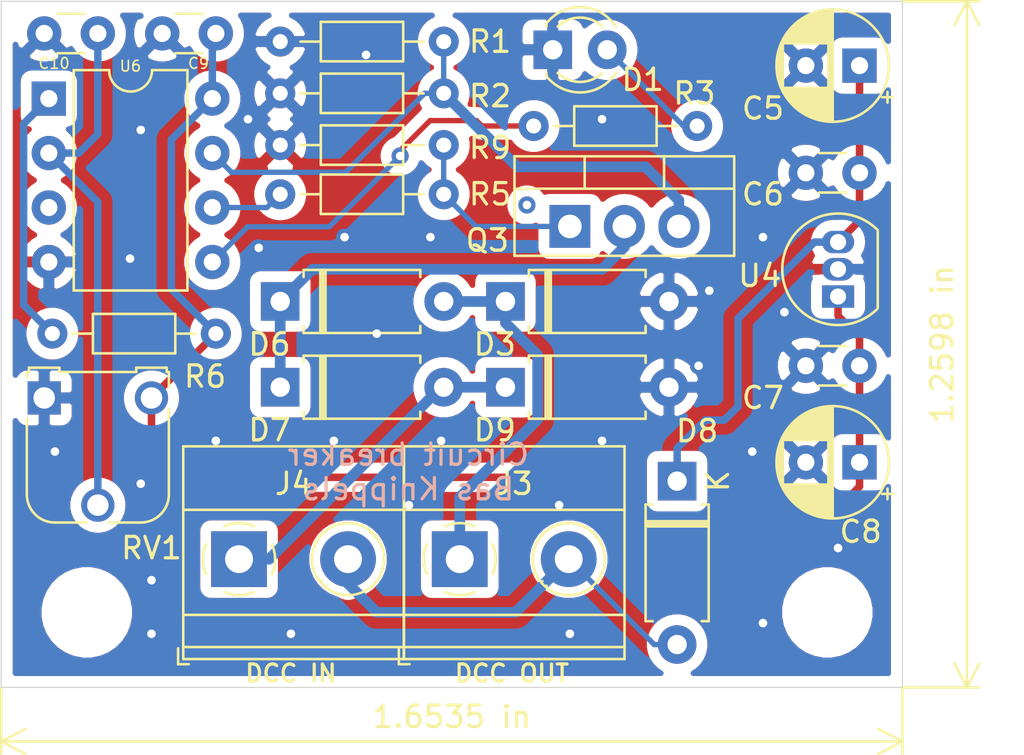
<source format=kicad_pcb>
(kicad_pcb (version 20171130) (host pcbnew "(5.1.6)-1")
  (layers (0 F.Cu signal) (31 B.Cu signal) (34 B.Paste user) (35 F.Paste user) (36 B.SilkS user) (37 F.SilkS user) (38 B.Mask user) (39 F.Mask user) (44 Edge.Cuts user))
  (net 0 "")
  (net 1 GND)
  (net 2 +5V)
  (net 3 VCC)
  (net 4 /currSens)
  (net 5 /on_off)
  (net 6 /adjust)
  (net 7 "Net-(D3-Pad1)")
  (net 8 "Net-(D6-Pad1)")
  (net 9 "Net-(D7-Pad2)")
  (net 10 "Net-(D8-Pad2)")
  (net 11 "Net-(Q3-Pad1)")
  (net 12 "Net-(R6-Pad2)")
  (net 13 "Net-(U6-Pad3)")
  (net 14 "Net-(D1-Pad2)")
  (net 15 /led)
  (module LED_THT:LED_D3.0mm (layer F.Cu) (at 219.202 119.761)
    (fp_text reference D1 (at 4.191 1.397) (layer F.SilkS))
    (fp_text value LED)
    (pad 2 thru_hole circle (at 2.54 0) (size 1.8 1.8) (drill 0.9) (layers *.Cu *.Mask) (net 14 "Net-(D1-Pad2)"))
    (pad 1 thru_hole rect (at 0 0) (size 1.8 1.8) (drill 0.9) (layers *.Cu *.Mask) (net 1 GND))
  )
  (module Resistor_THT:R_Axial_DIN0204_L3.6mm_D1.6mm_P7.62mm_Horizontal (layer F.Cu) (at 218.313 123.317)
    (fp_text reference R3 (at 7.493 -1.524) (layer F.SilkS))
    (fp_text value R)
    (pad 2 thru_hole oval (at 7.62 0) (size 1.4 1.4) (drill 0.7) (layers *.Cu *.Mask) (net 14 "Net-(D1-Pad2)"))
    (pad 1 thru_hole circle (at 0 0) (size 1.4 1.4) (drill 0.7) (layers *.Cu *.Mask) (net 15 /led))
  )
  (module TerminalBlock_Phoenix:TerminalBlock_Phoenix_MKDS-1,5-2-5.08_1x02_P5.08mm_Horizontal (layer F.Cu) (at 214.868 143.518)
    (fp_text reference J3 (at 2.54 -3.518) (layer F.SilkS))
    (fp_text value "AC IN")
    (pad 2 thru_hole circle (at 5.08 0) (size 2.6 2.6) (drill 1.3) (layers *.Cu *.Mask) (net 10 "Net-(D8-Pad2)"))
    (pad 1 thru_hole rect (at 0 0) (size 2.6 2.6) (drill 1.3) (layers *.Cu *.Mask) (net 7 "Net-(D3-Pad1)"))
  )
  (module Resistor_THT:R_Axial_DIN0204_L3.6mm_D1.6mm_P7.62mm_Horizontal (layer F.Cu) (at 206.5 121.793)
    (fp_text reference R2 (at 9.781 0.127) (layer F.SilkS))
    (fp_text value R)
    (pad 2 thru_hole oval (at 7.62 0) (size 1.4 1.4) (drill 0.7) (layers *.Cu *.Mask) (net 4 /currSens))
    (pad 1 thru_hole circle (at 0 0) (size 1.4 1.4) (drill 0.7) (layers *.Cu *.Mask) (net 1 GND))
  )
  (module MountingHole:MountingHole_3.2mm_M3 (layer F.Cu) (at 232 146)
    (fp_text reference REF**)
    (fp_text value MountingHole_3.2mm_M3)
    (pad 1 np_thru_hole circle (at 0 0) (size 3.2 3.2) (drill 3.2) (layers *.Cu *.Mask))
  )
  (module TerminalBlock_Phoenix:TerminalBlock_Phoenix_MKDS-1,5-2-5.08_1x02_P5.08mm_Horizontal (layer F.Cu) (at 204.581 143.518)
    (fp_text reference J4 (at 2.54 -3.518) (layer F.SilkS))
    (fp_text value AC_OUT)
    (pad 2 thru_hole circle (at 5.08 0) (size 2.6 2.6) (drill 1.3) (layers *.Cu *.Mask) (net 10 "Net-(D8-Pad2)"))
    (pad 1 thru_hole rect (at 0 0) (size 2.6 2.6) (drill 1.3) (layers *.Cu *.Mask) (net 9 "Net-(D7-Pad2)"))
  )
  (module MountingHole:MountingHole_3.2mm_M3 (layer F.Cu) (at 197.485 146)
    (fp_text reference REF**)
    (fp_text value MountingHole_3.2mm_M3)
    (pad 1 np_thru_hole circle (at 0 0) (size 3.2 3.2) (drill 3.2) (layers *.Cu *.Mask))
  )
  (module Package_DIP:DIP-8_W7.62mm (layer F.Cu) (at 195.716 122.039)
    (fp_text reference U6 (at 3.801 -1.516) (layer F.SilkS) (effects (font (size 0.5 0.5) (thickness 0.075))))
    (fp_text value ATtiny45-20PU)
    (pad 8 thru_hole oval (at 7.62 0) (size 1.6 1.6) (drill 0.8) (layers *.Cu *.Mask) (net 2 +5V))
    (pad 4 thru_hole oval (at 0 7.62) (size 1.6 1.6) (drill 0.8) (layers *.Cu *.Mask) (net 1 GND))
    (pad 7 thru_hole oval (at 7.62 2.54) (size 1.6 1.6) (drill 0.8) (layers *.Cu *.Mask) (net 4 /currSens))
    (pad 3 thru_hole oval (at 0 5.08) (size 1.6 1.6) (drill 0.8) (layers *.Cu *.Mask) (net 13 "Net-(U6-Pad3)"))
    (pad 6 thru_hole oval (at 7.62 5.08) (size 1.6 1.6) (drill 0.8) (layers *.Cu *.Mask) (net 5 /on_off))
    (pad 2 thru_hole oval (at 0 2.54) (size 1.6 1.6) (drill 0.8) (layers *.Cu *.Mask) (net 6 /adjust))
    (pad 5 thru_hole oval (at 7.62 7.62) (size 1.6 1.6) (drill 0.8) (layers *.Cu *.Mask) (net 15 /led))
    (pad 1 thru_hole rect (at 0 0) (size 1.6 1.6) (drill 0.8) (layers *.Cu *.Mask) (net 12 "Net-(R6-Pad2)"))
  )
  (module Package_TO_SOT_THT:TO-92_Inline (layer F.Cu) (at 232.5 131.27 90)
    (fp_text reference U4 (at 0.968 -3.646 180) (layer F.SilkS))
    (fp_text value L78L05_TO92)
    (pad 1 thru_hole rect (at 0 0 90) (size 1.05 1.5) (drill 0.75) (layers *.Cu *.Mask) (net 2 +5V))
    (pad 3 thru_hole oval (at 2.54 0 90) (size 1.05 1.5) (drill 0.75) (layers *.Cu *.Mask) (net 3 VCC))
    (pad 2 thru_hole oval (at 1.27 0 90) (size 1.05 1.5) (drill 0.75) (layers *.Cu *.Mask) (net 1 GND))
  )
  (module Potentiometer_THT:Potentiometer_Runtron_RM-065_Vertical (layer F.Cu) (at 195.5 136)
    (fp_text reference RV1 (at 5 7) (layer F.SilkS))
    (fp_text value R_POT)
    (pad 2 thru_hole circle (at 2.5 5) (size 1.55 1.55) (drill 1) (layers *.Cu *.Mask) (net 6 /adjust))
    (pad 1 thru_hole rect (at 0 0) (size 1.55 1.55) (drill 1) (layers *.Cu *.Mask) (net 1 GND))
    (pad 3 thru_hole circle (at 5 0) (size 1.55 1.55) (drill 1) (layers *.Cu *.Mask) (net 2 +5V))
  )
  (module Resistor_THT:R_Axial_DIN0204_L3.6mm_D1.6mm_P7.62mm_Horizontal (layer F.Cu) (at 214.122 119.38 180)
    (fp_text reference R1 (at -2.159 0) (layer F.SilkS))
    (fp_text value 1R)
    (pad 2 thru_hole oval (at 7.62 0 180) (size 1.4 1.4) (drill 0.7) (layers *.Cu *.Mask) (net 1 GND))
    (pad 1 thru_hole circle (at 0 0 180) (size 1.4 1.4) (drill 0.7) (layers *.Cu *.Mask) (net 4 /currSens))
  )
  (module Resistor_THT:R_Axial_DIN0204_L3.6mm_D1.6mm_P7.62mm_Horizontal (layer F.Cu) (at 206.502 124.206)
    (fp_text reference R9 (at 9.779 0.127) (layer F.SilkS))
    (fp_text value R)
    (pad 2 thru_hole oval (at 7.62 0) (size 1.4 1.4) (drill 0.7) (layers *.Cu *.Mask) (net 11 "Net-(Q3-Pad1)"))
    (pad 1 thru_hole circle (at 0 0) (size 1.4 1.4) (drill 0.7) (layers *.Cu *.Mask) (net 1 GND))
  )
  (module Resistor_THT:R_Axial_DIN0204_L3.6mm_D1.6mm_P7.62mm_Horizontal (layer F.Cu) (at 203.5 133 180)
    (fp_text reference R6 (at 0.5 -2) (layer F.SilkS))
    (fp_text value R)
    (pad 2 thru_hole oval (at 7.62 0 180) (size 1.4 1.4) (drill 0.7) (layers *.Cu *.Mask) (net 12 "Net-(R6-Pad2)"))
    (pad 1 thru_hole circle (at 0 0 180) (size 1.4 1.4) (drill 0.7) (layers *.Cu *.Mask) (net 2 +5V))
  )
  (module Resistor_THT:R_Axial_DIN0204_L3.6mm_D1.6mm_P7.62mm_Horizontal (layer F.Cu) (at 206.5 126.5)
    (fp_text reference R5 (at 9.781 0) (layer F.SilkS))
    (fp_text value R)
    (pad 2 thru_hole oval (at 7.62 0) (size 1.4 1.4) (drill 0.7) (layers *.Cu *.Mask) (net 11 "Net-(Q3-Pad1)"))
    (pad 1 thru_hole circle (at 0 0) (size 1.4 1.4) (drill 0.7) (layers *.Cu *.Mask) (net 5 /on_off))
  )
  (module Package_TO_SOT_THT:TO-220-3_Vertical (layer F.Cu) (at 220 128)
    (fp_text reference Q3 (at -3.846 0.651) (layer F.SilkS))
    (fp_text value IRF540N)
    (pad 3 thru_hole oval (at 5.08 0) (size 1.905 2) (drill 1.1) (layers *.Cu *.Mask) (net 4 /currSens))
    (pad 2 thru_hole oval (at 2.54 0) (size 1.905 2) (drill 1.1) (layers *.Cu *.Mask) (net 8 "Net-(D6-Pad1)"))
    (pad 1 thru_hole rect (at 0 0) (size 1.905 2) (drill 1.1) (layers *.Cu *.Mask) (net 11 "Net-(Q3-Pad1)"))
  )
  (module Diode_THT:D_A-405_P7.62mm_Horizontal (layer F.Cu) (at 217 135.5)
    (fp_text reference D9 (at -0.5 2) (layer F.SilkS))
    (fp_text value D)
    (pad 2 thru_hole oval (at 7.62 0) (size 1.8 1.8) (drill 0.9) (layers *.Cu *.Mask) (net 1 GND))
    (pad 1 thru_hole rect (at 0 0) (size 1.8 1.8) (drill 0.9) (layers *.Cu *.Mask) (net 9 "Net-(D7-Pad2)"))
  )
  (module Diode_THT:D_A-405_P7.62mm_Horizontal (layer F.Cu) (at 225 139.88 270)
    (fp_text reference D8 (at -2.339 -0.933 180) (layer F.SilkS))
    (fp_text value D)
    (fp_text user K (at 0 -1.9 90) (layer F.SilkS))
    (pad 2 thru_hole oval (at 7.62 0 270) (size 1.8 1.8) (drill 0.9) (layers *.Cu *.Mask) (net 10 "Net-(D8-Pad2)"))
    (pad 1 thru_hole rect (at 0 0 270) (size 1.8 1.8) (drill 0.9) (layers *.Cu *.Mask) (net 3 VCC))
  )
  (module Diode_THT:D_A-405_P7.62mm_Horizontal (layer F.Cu) (at 206.5 135.5)
    (fp_text reference D7 (at -0.5 2) (layer F.SilkS))
    (fp_text value D)
    (pad 2 thru_hole oval (at 7.62 0) (size 1.8 1.8) (drill 0.9) (layers *.Cu *.Mask) (net 9 "Net-(D7-Pad2)"))
    (pad 1 thru_hole rect (at 0 0) (size 1.8 1.8) (drill 0.9) (layers *.Cu *.Mask) (net 8 "Net-(D6-Pad1)"))
  )
  (module Diode_THT:D_A-405_P7.62mm_Horizontal (layer F.Cu) (at 206.5 131.5)
    (fp_text reference D6 (at -0.5 2) (layer F.SilkS))
    (fp_text value D)
    (pad 2 thru_hole oval (at 7.62 0) (size 1.8 1.8) (drill 0.9) (layers *.Cu *.Mask) (net 7 "Net-(D3-Pad1)"))
    (pad 1 thru_hole rect (at 0 0) (size 1.8 1.8) (drill 0.9) (layers *.Cu *.Mask) (net 8 "Net-(D6-Pad1)"))
  )
  (module Diode_THT:D_A-405_P7.62mm_Horizontal (layer F.Cu) (at 217 131.5)
    (fp_text reference D3 (at -0.5 2) (layer F.SilkS))
    (fp_text value D)
    (pad 2 thru_hole oval (at 7.62 0) (size 1.8 1.8) (drill 0.9) (layers *.Cu *.Mask) (net 1 GND))
    (pad 1 thru_hole rect (at 0 0) (size 1.8 1.8) (drill 0.9) (layers *.Cu *.Mask) (net 7 "Net-(D3-Pad1)"))
  )
  (module Capacitor_THT:C_Disc_D3.0mm_W1.6mm_P2.50mm (layer F.Cu) (at 195.5 119)
    (fp_text reference C10 (at 0.461 1.396) (layer F.SilkS) (effects (font (size 0.5 0.5) (thickness 0.075))))
    (fp_text value C)
    (pad 2 thru_hole circle (at 2.5 0) (size 1.6 1.6) (drill 0.8) (layers *.Cu *.Mask) (net 6 /adjust))
    (pad 1 thru_hole circle (at 0 0) (size 1.6 1.6) (drill 0.8) (layers *.Cu *.Mask) (net 1 GND))
  )
  (module Capacitor_THT:C_Disc_D3.0mm_W1.6mm_P2.50mm (layer F.Cu) (at 201 119)
    (fp_text reference C9 (at 1.692 1.396) (layer F.SilkS) (effects (font (size 0.5 0.5) (thickness 0.075))))
    (fp_text value C)
    (pad 2 thru_hole circle (at 2.5 0) (size 1.6 1.6) (drill 0.8) (layers *.Cu *.Mask) (net 2 +5V))
    (pad 1 thru_hole circle (at 0 0) (size 1.6 1.6) (drill 0.8) (layers *.Cu *.Mask) (net 1 GND))
  )
  (module Capacitor_THT:CP_Radial_D5.0mm_P2.50mm (layer F.Cu) (at 233.5 139 180)
    (fp_text reference C8 (at -0.053 -3.24) (layer F.SilkS))
    (fp_text value CP)
    (pad 2 thru_hole circle (at 2.5 0 180) (size 1.6 1.6) (drill 0.8) (layers *.Cu *.Mask) (net 1 GND))
    (pad 1 thru_hole rect (at 0 0 180) (size 1.6 1.6) (drill 0.8) (layers *.Cu *.Mask) (net 2 +5V))
  )
  (module Capacitor_THT:C_Disc_D3.0mm_W1.6mm_P2.50mm (layer F.Cu) (at 233.5 134.5 180)
    (fp_text reference C7 (at 4.5 -1.5) (layer F.SilkS))
    (fp_text value C)
    (pad 2 thru_hole circle (at 2.5 0 180) (size 1.6 1.6) (drill 0.8) (layers *.Cu *.Mask) (net 1 GND))
    (pad 1 thru_hole circle (at 0 0 180) (size 1.6 1.6) (drill 0.8) (layers *.Cu *.Mask) (net 2 +5V))
  )
  (module Capacitor_THT:C_Disc_D3.0mm_W1.6mm_P2.50mm (layer F.Cu) (at 233.5 125.5 180)
    (fp_text reference C6 (at 4.5 -1) (layer F.SilkS))
    (fp_text value C)
    (pad 2 thru_hole circle (at 2.5 0 180) (size 1.6 1.6) (drill 0.8) (layers *.Cu *.Mask) (net 1 GND))
    (pad 1 thru_hole circle (at 0 0 180) (size 1.6 1.6) (drill 0.8) (layers *.Cu *.Mask) (net 3 VCC))
  )
  (module Capacitor_THT:CP_Radial_D5.0mm_P2.50mm (layer F.Cu) (at 233.5 120.5 180)
    (fp_text reference C5 (at 4.5 -2) (layer F.SilkS))
    (fp_text value CP)
    (pad 2 thru_hole circle (at 2.5 0 180) (size 1.6 1.6) (drill 0.8) (layers *.Cu *.Mask) (net 1 GND))
    (pad 1 thru_hole rect (at 0 0 180) (size 1.6 1.6) (drill 0.8) (layers *.Cu *.Mask) (net 3 VCC))
  )
  (gr_text "Circuit breaker\nBas Knippels" (at 212.471 139.446) (layer B.SilkS) (effects (font (size 1 1)) (justify mirror)))
  (dimension 32 (width 0.12) (layer F.SilkS) (gr_text "32.000 mm" (at 239.776 133.5 90) (layer F.SilkS) (effects (font (size 1 1) (thickness 0.15)))) (feature1 (pts (xy 235.5 117.5) (xy 239.092421 117.5))) (feature2 (pts (xy 235.5 149.5) (xy 239.092421 149.5))) (crossbar (pts (xy 238.506 149.5) (xy 238.506 117.5))) (arrow1a (pts (xy 238.506 117.5) (xy 239.092421 118.626504))) (arrow1b (pts (xy 238.506 117.5) (xy 237.919579 118.626504))) (arrow2a (pts (xy 238.506 149.5) (xy 239.092421 148.373496))) (arrow2b (pts (xy 238.506 149.5) (xy 237.919579 148.373496))))
  (dimension 42 (width 0.12) (layer F.SilkS) (gr_text "42.000 mm" (at 214.5 153.289) (layer F.SilkS) (effects (font (size 1 1) (thickness 0.15)))) (feature1 (pts (xy 193.5 149.5) (xy 193.5 152.605421))) (feature2 (pts (xy 235.5 149.5) (xy 235.5 152.605421))) (crossbar (pts (xy 235.5 152.019) (xy 193.5 152.019))) (arrow1a (pts (xy 193.5 152.019) (xy 194.626504 151.432579))) (arrow1b (pts (xy 193.5 152.019) (xy 194.626504 152.605421))) (arrow2a (pts (xy 235.5 152.019) (xy 234.373496 151.432579))) (arrow2b (pts (xy 235.5 152.019) (xy 234.373496 152.605421))))
  (gr_text "DCC OUT" (at 217.297 148.844) (layer F.SilkS) (effects (font (size 0.8 0.8))))
  (gr_text "DCC IN" (at 207 148.844) (layer F.SilkS) (effects (font (size 0.8 0.8))))
  (gr_line (start 193.5 149.5) (end 193.5 117.5) (layer Edge.Cuts) (width 0.05))
  (gr_line (start 235.5 149.5) (end 193.5 149.5) (layer Edge.Cuts) (width 0.05))
  (gr_line (start 235.5 117.5) (end 235.5 149.5) (layer Edge.Cuts) (width 0.05))
  (gr_line (start 193.5 117.5) (end 235.5 117.5) (layer Edge.Cuts) (width 0.05))
  (via (at 218 127) (size 0.8) (drill 0.4) (layers F.Cu B.Cu) (net 0))
  (via (at 200 123.5) (size 0.8) (drill 0.4) (layers F.Cu B.Cu) (net 1))
  (via (at 196 138.5) (size 0.8) (drill 0.4) (layers F.Cu B.Cu) (net 1))
  (via (at 200.5 144.5) (size 0.8) (drill 0.4) (layers F.Cu B.Cu) (net 1))
  (via (at 207 147) (size 0.8) (drill 0.4) (layers F.Cu B.Cu) (net 1))
  (via (at 220 147) (size 0.8) (drill 0.4) (layers F.Cu B.Cu) (net 1))
  (via (at 229 146.5) (size 0.8) (drill 0.4) (layers F.Cu B.Cu) (net 1))
  (via (at 232.5 143) (size 0.8) (drill 0.4) (layers F.Cu B.Cu) (net 1))
  (via (at 228.5 138.5) (size 0.8) (drill 0.4) (layers F.Cu B.Cu) (net 1))
  (via (at 226 134.5) (size 0.8) (drill 0.4) (layers F.Cu B.Cu) (net 1))
  (via (at 226.5 131) (size 0.8) (drill 0.4) (layers F.Cu B.Cu) (net 1))
  (via (at 221.5 123) (size 0.8) (drill 0.4) (layers F.Cu B.Cu) (net 1))
  (via (at 213.5 128.5) (size 0.8) (drill 0.4) (layers F.Cu B.Cu) (net 1))
  (via (at 205.5 129) (size 0.8) (drill 0.4) (layers F.Cu B.Cu) (net 1))
  (via (at 205 123) (size 0.8) (drill 0.4) (layers F.Cu B.Cu) (net 1))
  (via (at 210.5 120) (size 0.8) (drill 0.4) (layers F.Cu B.Cu) (net 1))
  (via (at 230 132) (size 0.8) (drill 0.4) (layers F.Cu B.Cu) (net 1))
  (via (at 229 128.5) (size 0.8) (drill 0.4) (layers F.Cu B.Cu) (net 1))
  (via (at 219.5 141) (size 0.8) (drill 0.4) (layers F.Cu B.Cu) (net 1))
  (via (at 221.5 138) (size 0.8) (drill 0.4) (layers F.Cu B.Cu) (net 1))
  (via (at 214 138) (size 0.8) (drill 0.4) (layers F.Cu B.Cu) (net 1))
  (via (at 212.5 141) (size 0.8) (drill 0.4) (layers F.Cu B.Cu) (net 1))
  (via (at 209 138) (size 0.8) (drill 0.4) (layers F.Cu B.Cu) (net 1))
  (via (at 211 133) (size 0.8) (drill 0.4) (layers F.Cu B.Cu) (net 1))
  (via (at 209.5 128.5) (size 0.8) (drill 0.4) (layers F.Cu B.Cu) (net 1))
  (via (at 203.5 138) (size 0.8) (drill 0.4) (layers F.Cu B.Cu) (net 1))
  (via (at 200 140) (size 0.8) (drill 0.4) (layers F.Cu B.Cu) (net 1))
  (via (at 200.5 147) (size 0.8) (drill 0.4) (layers F.Cu B.Cu) (net 1))
  (via (at 199.5 129.5) (size 0.8) (drill 0.4) (layers F.Cu B.Cu) (net 1))
  (segment (start 232.5 131.27) (end 232.5 132.17) (width 0.35) (layer F.Cu) (net 2))
  (segment (start 233.5 133.17) (end 233.5 134.5) (width 0.35) (layer F.Cu) (net 2))
  (segment (start 232.5 132.17) (end 233.5 133.17) (width 0.35) (layer F.Cu) (net 2))
  (segment (start 233.5 134.5) (end 233.5 139) (width 0.35) (layer F.Cu) (net 2))
  (segment (start 200.5 136) (end 203.5 133) (width 0.35) (layer F.Cu) (net 2))
  (segment (start 203.336 119.164) (end 203.5 119) (width 0.35) (layer F.Cu) (net 2))
  (segment (start 233.5 139) (end 233.5 140.134) (width 0.35) (layer F.Cu) (net 2))
  (segment (start 233.5 140.134) (end 231.902 141.732) (width 0.35) (layer F.Cu) (net 2))
  (segment (start 231.902 141.732) (end 222.885 141.732) (width 0.35) (layer F.Cu) (net 2))
  (segment (start 222.885 141.732) (end 220.853 139.7) (width 0.35) (layer F.Cu) (net 2))
  (segment (start 220.853 139.7) (end 202.311 139.7) (width 0.35) (layer F.Cu) (net 2))
  (segment (start 200.5 137.889) (end 200.5 136) (width 0.35) (layer F.Cu) (net 2))
  (segment (start 202.311 139.7) (end 200.5 137.889) (width 0.35) (layer F.Cu) (net 2))
  (segment (start 203.5 133) (end 201.422 130.922) (width 0.35) (layer B.Cu) (net 2))
  (segment (start 201.422 123.953) (end 203.336 122.039) (width 0.35) (layer B.Cu) (net 2))
  (segment (start 201.422 130.922) (end 201.422 123.953) (width 0.35) (layer B.Cu) (net 2))
  (segment (start 203.336 119.164) (end 203.5 119) (width 0.35) (layer B.Cu) (net 2))
  (segment (start 203.336 122.039) (end 203.336 119.164) (width 0.35) (layer B.Cu) (net 2))
  (segment (start 233.5 120.5) (end 233.5 125.5) (width 0.35) (layer F.Cu) (net 3))
  (segment (start 233.5 127.73) (end 232.5 128.73) (width 0.35) (layer F.Cu) (net 3))
  (segment (start 233.5 125.5) (end 233.5 127.73) (width 0.35) (layer F.Cu) (net 3))
  (segment (start 231.4 128.73) (end 227.838 132.292) (width 0.35) (layer B.Cu) (net 3))
  (segment (start 232.5 128.73) (end 231.4 128.73) (width 0.35) (layer B.Cu) (net 3))
  (segment (start 227.838 132.292) (end 227.838 136.398) (width 0.35) (layer B.Cu) (net 3))
  (segment (start 225 139.88) (end 225 138.347) (width 0.35) (layer B.Cu) (net 3))
  (segment (start 226.314 137.033) (end 227.203 137.033) (width 0.35) (layer B.Cu) (net 3))
  (segment (start 225 138.347) (end 226.314 137.033) (width 0.35) (layer B.Cu) (net 3))
  (segment (start 227.838 136.398) (end 227.203 137.033) (width 0.35) (layer B.Cu) (net 3))
  (segment (start 203.336 124.579) (end 204.231999 125.474999) (width 0.25) (layer B.Cu) (net 4))
  (segment (start 204.231999 125.474999) (end 209.551001 125.474999) (width 0.25) (layer B.Cu) (net 4))
  (segment (start 213.233 121.793) (end 214.12 121.793) (width 0.25) (layer B.Cu) (net 4))
  (segment (start 209.551001 125.474999) (end 213.233 121.793) (width 0.25) (layer B.Cu) (net 4))
  (segment (start 214.12 119.382) (end 214.122 119.38) (width 0.25) (layer B.Cu) (net 4))
  (segment (start 214.12 121.793) (end 214.12 119.382) (width 0.25) (layer B.Cu) (net 4))
  (segment (start 214.12 121.793) (end 217.549 125.222) (width 0.5) (layer B.Cu) (net 4))
  (segment (start 217.549 125.222) (end 223.52 125.222) (width 0.5) (layer B.Cu) (net 4))
  (segment (start 225.08 126.782) (end 225.08 128) (width 0.5) (layer B.Cu) (net 4))
  (segment (start 223.52 125.222) (end 225.08 126.782) (width 0.5) (layer B.Cu) (net 4))
  (segment (start 205.881 127.119) (end 206.5 126.5) (width 0.25) (layer B.Cu) (net 5))
  (segment (start 203.336 127.119) (end 205.881 127.119) (width 0.25) (layer B.Cu) (net 5))
  (segment (start 198 126.863) (end 195.716 124.579) (width 0.35) (layer B.Cu) (net 6))
  (segment (start 198 141) (end 198 126.863) (width 0.35) (layer B.Cu) (net 6))
  (segment (start 195.716 124.579) (end 197.112 124.579) (width 0.35) (layer B.Cu) (net 6))
  (segment (start 198 123.691) (end 198 119) (width 0.35) (layer B.Cu) (net 6))
  (segment (start 197.112 124.579) (end 198 123.691) (width 0.35) (layer B.Cu) (net 6))
  (segment (start 214.12 131.5) (end 217 131.5) (width 0.5) (layer B.Cu) (net 7))
  (segment (start 217 131.5) (end 217 132.5) (width 0.5) (layer B.Cu) (net 7))
  (segment (start 217 132.5) (end 218.5 134) (width 0.5) (layer B.Cu) (net 7))
  (segment (start 218.5 134) (end 218.5 137) (width 0.5) (layer B.Cu) (net 7))
  (segment (start 214.868 140.632) (end 214.868 143.518) (width 0.5) (layer B.Cu) (net 7))
  (segment (start 218.5 137) (end 214.868 140.632) (width 0.5) (layer B.Cu) (net 7))
  (segment (start 206.5 131.5) (end 206.5 135.5) (width 0.5) (layer B.Cu) (net 8))
  (segment (start 206.5 131.5) (end 208 130) (width 0.5) (layer B.Cu) (net 8))
  (segment (start 208 130) (end 221.5 130) (width 0.5) (layer B.Cu) (net 8))
  (segment (start 222.54 128.96) (end 222.54 128) (width 0.5) (layer B.Cu) (net 8))
  (segment (start 221.5 130) (end 222.54 128.96) (width 0.5) (layer B.Cu) (net 8))
  (segment (start 204.581 143.518) (end 205.982 143.518) (width 0.5) (layer B.Cu) (net 9))
  (segment (start 214 135.5) (end 214.12 135.5) (width 0.5) (layer B.Cu) (net 9))
  (segment (start 205.982 143.518) (end 214 135.5) (width 0.5) (layer B.Cu) (net 9))
  (segment (start 214.12 135.5) (end 217 135.5) (width 0.5) (layer B.Cu) (net 9))
  (segment (start 219.948 143.518) (end 219.518 143.518) (width 0.5) (layer F.Cu) (net 10))
  (segment (start 219.948 143.518) (end 217.466 146) (width 0.5) (layer B.Cu) (net 10))
  (segment (start 217.466 146) (end 211 146) (width 0.5) (layer B.Cu) (net 10))
  (segment (start 209.661 144.661) (end 209.661 143.518) (width 0.5) (layer F.Cu) (net 10))
  (segment (start 211 146) (end 209.661 144.661) (width 0.5) (layer B.Cu) (net 10))
  (segment (start 223.93 147.5) (end 225 147.5) (width 0.25) (layer B.Cu) (net 10))
  (segment (start 219.948 143.518) (end 223.93 147.5) (width 0.25) (layer B.Cu) (net 10))
  (segment (start 215.62 128) (end 214.12 126.5) (width 0.25) (layer B.Cu) (net 11))
  (segment (start 220 128) (end 215.62 128) (width 0.25) (layer B.Cu) (net 11))
  (segment (start 214.12 124.208) (end 214.122 124.206) (width 0.25) (layer B.Cu) (net 11))
  (segment (start 214.12 126.5) (end 214.12 124.208) (width 0.25) (layer B.Cu) (net 11))
  (segment (start 194.540999 131.660999) (end 195.88 133) (width 0.35) (layer B.Cu) (net 12))
  (segment (start 194.540999 123.214001) (end 194.540999 131.660999) (width 0.35) (layer B.Cu) (net 12))
  (segment (start 195.716 122.039) (end 194.540999 123.214001) (width 0.35) (layer B.Cu) (net 12))
  (segment (start 225.298 123.317) (end 225.933 123.317) (width 0.25) (layer B.Cu) (net 14))
  (segment (start 221.742 119.761) (end 225.298 123.317) (width 0.25) (layer B.Cu) (net 14))
  (segment (start 218.313 123.317) (end 215.9 123.317) (width 0.25) (layer F.Cu) (net 15))
  (segment (start 215.9 123.317) (end 215.646 123.063) (width 0.25) (layer F.Cu) (net 15))
  (segment (start 215.646 123.063) (end 213.487 123.063) (width 0.25) (layer F.Cu) (net 15))
  (via (at 212.09 124.714) (size 0.8) (drill 0.4) (layers F.Cu B.Cu) (net 15))
  (segment (start 213.487 123.063) (end 212.09 124.46) (width 0.25) (layer F.Cu) (net 15))
  (segment (start 212.09 124.46) (end 212.09 124.714) (width 0.25) (layer F.Cu) (net 15))
  (segment (start 212.09 124.714) (end 208.788 128.016) (width 0.25) (layer B.Cu) (net 15))
  (segment (start 204.979 128.016) (end 203.336 129.659) (width 0.25) (layer B.Cu) (net 15))
  (segment (start 208.788 128.016) (end 204.979 128.016) (width 0.25) (layer B.Cu) (net 15))
  (zone (net 1) (net_name GND) (layer F.Cu) (connect_pads (clearance 0.508)) (min_thickness 0.254) (fill yes (arc_segments 32) (thermal_gap 0.508) (thermal_bridge_width 0.508))
    (polygon (pts (xy 235 149) (xy 194 149) (xy 194 118) (xy 235 118)))
  )
  (zone (net 1) (net_name GND) (layer B.Cu) (connect_pads (clearance 0.508)) (min_thickness 0.254) (fill yes (arc_segments 32) (thermal_gap 0.508) (thermal_bridge_width 0.508))
    (polygon (pts (xy 235 149) (xy 194 149) (xy 194 118) (xy 235 118)))
  )
)
</source>
